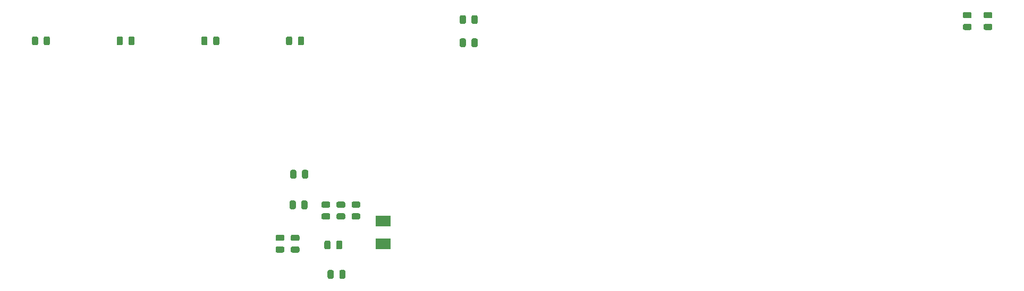
<source format=gbr>
G04 #@! TF.GenerationSoftware,KiCad,Pcbnew,(5.1.6)-1*
G04 #@! TF.CreationDate,2021-02-06T11:42:46-06:00*
G04 #@! TF.ProjectId,Dashboard,44617368-626f-4617-9264-2e6b69636164,rev?*
G04 #@! TF.SameCoordinates,Original*
G04 #@! TF.FileFunction,Paste,Bot*
G04 #@! TF.FilePolarity,Positive*
%FSLAX46Y46*%
G04 Gerber Fmt 4.6, Leading zero omitted, Abs format (unit mm)*
G04 Created by KiCad (PCBNEW (5.1.6)-1) date 2021-02-06 11:42:46*
%MOMM*%
%LPD*%
G01*
G04 APERTURE LIST*
%ADD10R,2.400000X1.700000*%
G04 APERTURE END LIST*
G36*
G01*
X114112500Y-87543750D02*
X114112500Y-88456250D01*
G75*
G02*
X113868750Y-88700000I-243750J0D01*
G01*
X113381250Y-88700000D01*
G75*
G02*
X113137500Y-88456250I0J243750D01*
G01*
X113137500Y-87543750D01*
G75*
G02*
X113381250Y-87300000I243750J0D01*
G01*
X113868750Y-87300000D01*
G75*
G02*
X114112500Y-87543750I0J-243750D01*
G01*
G37*
G36*
G01*
X115987500Y-87543750D02*
X115987500Y-88456250D01*
G75*
G02*
X115743750Y-88700000I-243750J0D01*
G01*
X115256250Y-88700000D01*
G75*
G02*
X115012500Y-88456250I0J243750D01*
G01*
X115012500Y-87543750D01*
G75*
G02*
X115256250Y-87300000I243750J0D01*
G01*
X115743750Y-87300000D01*
G75*
G02*
X115987500Y-87543750I0J-243750D01*
G01*
G37*
G36*
G01*
X114112500Y-83843750D02*
X114112500Y-84756250D01*
G75*
G02*
X113868750Y-85000000I-243750J0D01*
G01*
X113381250Y-85000000D01*
G75*
G02*
X113137500Y-84756250I0J243750D01*
G01*
X113137500Y-83843750D01*
G75*
G02*
X113381250Y-83600000I243750J0D01*
G01*
X113868750Y-83600000D01*
G75*
G02*
X114112500Y-83843750I0J-243750D01*
G01*
G37*
G36*
G01*
X115987500Y-83843750D02*
X115987500Y-84756250D01*
G75*
G02*
X115743750Y-85000000I-243750J0D01*
G01*
X115256250Y-85000000D01*
G75*
G02*
X115012500Y-84756250I0J243750D01*
G01*
X115012500Y-83843750D01*
G75*
G02*
X115256250Y-83600000I243750J0D01*
G01*
X115743750Y-83600000D01*
G75*
G02*
X115987500Y-83843750I0J-243750D01*
G01*
G37*
D10*
X100900000Y-120150000D03*
X100900000Y-116450000D03*
G36*
G01*
X92075000Y-125456250D02*
X92075000Y-124543750D01*
G75*
G02*
X92318750Y-124300000I243750J0D01*
G01*
X92806250Y-124300000D01*
G75*
G02*
X93050000Y-124543750I0J-243750D01*
G01*
X93050000Y-125456250D01*
G75*
G02*
X92806250Y-125700000I-243750J0D01*
G01*
X92318750Y-125700000D01*
G75*
G02*
X92075000Y-125456250I0J243750D01*
G01*
G37*
G36*
G01*
X93950000Y-125456250D02*
X93950000Y-124543750D01*
G75*
G02*
X94193750Y-124300000I243750J0D01*
G01*
X94681250Y-124300000D01*
G75*
G02*
X94925000Y-124543750I0J-243750D01*
G01*
X94925000Y-125456250D01*
G75*
G02*
X94681250Y-125700000I-243750J0D01*
G01*
X94193750Y-125700000D01*
G75*
G02*
X93950000Y-125456250I0J243750D01*
G01*
G37*
G36*
G01*
X193543750Y-84987500D02*
X194456250Y-84987500D01*
G75*
G02*
X194700000Y-85231250I0J-243750D01*
G01*
X194700000Y-85718750D01*
G75*
G02*
X194456250Y-85962500I-243750J0D01*
G01*
X193543750Y-85962500D01*
G75*
G02*
X193300000Y-85718750I0J243750D01*
G01*
X193300000Y-85231250D01*
G75*
G02*
X193543750Y-84987500I243750J0D01*
G01*
G37*
G36*
G01*
X193543750Y-83112500D02*
X194456250Y-83112500D01*
G75*
G02*
X194700000Y-83356250I0J-243750D01*
G01*
X194700000Y-83843750D01*
G75*
G02*
X194456250Y-84087500I-243750J0D01*
G01*
X193543750Y-84087500D01*
G75*
G02*
X193300000Y-83843750I0J243750D01*
G01*
X193300000Y-83356250D01*
G75*
G02*
X193543750Y-83112500I243750J0D01*
G01*
G37*
G36*
G01*
X196843750Y-84987500D02*
X197756250Y-84987500D01*
G75*
G02*
X198000000Y-85231250I0J-243750D01*
G01*
X198000000Y-85718750D01*
G75*
G02*
X197756250Y-85962500I-243750J0D01*
G01*
X196843750Y-85962500D01*
G75*
G02*
X196600000Y-85718750I0J243750D01*
G01*
X196600000Y-85231250D01*
G75*
G02*
X196843750Y-84987500I243750J0D01*
G01*
G37*
G36*
G01*
X196843750Y-83112500D02*
X197756250Y-83112500D01*
G75*
G02*
X198000000Y-83356250I0J-243750D01*
G01*
X198000000Y-83843750D01*
G75*
G02*
X197756250Y-84087500I-243750J0D01*
G01*
X196843750Y-84087500D01*
G75*
G02*
X196600000Y-83843750I0J243750D01*
G01*
X196600000Y-83356250D01*
G75*
G02*
X196843750Y-83112500I243750J0D01*
G01*
G37*
G36*
G01*
X91343750Y-113375000D02*
X92256250Y-113375000D01*
G75*
G02*
X92500000Y-113618750I0J-243750D01*
G01*
X92500000Y-114106250D01*
G75*
G02*
X92256250Y-114350000I-243750J0D01*
G01*
X91343750Y-114350000D01*
G75*
G02*
X91100000Y-114106250I0J243750D01*
G01*
X91100000Y-113618750D01*
G75*
G02*
X91343750Y-113375000I243750J0D01*
G01*
G37*
G36*
G01*
X91343750Y-115250000D02*
X92256250Y-115250000D01*
G75*
G02*
X92500000Y-115493750I0J-243750D01*
G01*
X92500000Y-115981250D01*
G75*
G02*
X92256250Y-116225000I-243750J0D01*
G01*
X91343750Y-116225000D01*
G75*
G02*
X91100000Y-115981250I0J243750D01*
G01*
X91100000Y-115493750D01*
G75*
G02*
X91343750Y-115250000I243750J0D01*
G01*
G37*
G36*
G01*
X86037500Y-114356250D02*
X86037500Y-113443750D01*
G75*
G02*
X86281250Y-113200000I243750J0D01*
G01*
X86768750Y-113200000D01*
G75*
G02*
X87012500Y-113443750I0J-243750D01*
G01*
X87012500Y-114356250D01*
G75*
G02*
X86768750Y-114600000I-243750J0D01*
G01*
X86281250Y-114600000D01*
G75*
G02*
X86037500Y-114356250I0J243750D01*
G01*
G37*
G36*
G01*
X87912500Y-114356250D02*
X87912500Y-113443750D01*
G75*
G02*
X88156250Y-113200000I243750J0D01*
G01*
X88643750Y-113200000D01*
G75*
G02*
X88887500Y-113443750I0J-243750D01*
G01*
X88887500Y-114356250D01*
G75*
G02*
X88643750Y-114600000I-243750J0D01*
G01*
X88156250Y-114600000D01*
G75*
G02*
X87912500Y-114356250I0J243750D01*
G01*
G37*
G36*
G01*
X84956250Y-121525000D02*
X84043750Y-121525000D01*
G75*
G02*
X83800000Y-121281250I0J243750D01*
G01*
X83800000Y-120793750D01*
G75*
G02*
X84043750Y-120550000I243750J0D01*
G01*
X84956250Y-120550000D01*
G75*
G02*
X85200000Y-120793750I0J-243750D01*
G01*
X85200000Y-121281250D01*
G75*
G02*
X84956250Y-121525000I-243750J0D01*
G01*
G37*
G36*
G01*
X84956250Y-119650000D02*
X84043750Y-119650000D01*
G75*
G02*
X83800000Y-119406250I0J243750D01*
G01*
X83800000Y-118918750D01*
G75*
G02*
X84043750Y-118675000I243750J0D01*
G01*
X84956250Y-118675000D01*
G75*
G02*
X85200000Y-118918750I0J-243750D01*
G01*
X85200000Y-119406250D01*
G75*
G02*
X84956250Y-119650000I-243750J0D01*
G01*
G37*
G36*
G01*
X87356250Y-121525000D02*
X86443750Y-121525000D01*
G75*
G02*
X86200000Y-121281250I0J243750D01*
G01*
X86200000Y-120793750D01*
G75*
G02*
X86443750Y-120550000I243750J0D01*
G01*
X87356250Y-120550000D01*
G75*
G02*
X87600000Y-120793750I0J-243750D01*
G01*
X87600000Y-121281250D01*
G75*
G02*
X87356250Y-121525000I-243750J0D01*
G01*
G37*
G36*
G01*
X87356250Y-119650000D02*
X86443750Y-119650000D01*
G75*
G02*
X86200000Y-119406250I0J243750D01*
G01*
X86200000Y-118918750D01*
G75*
G02*
X86443750Y-118675000I243750J0D01*
G01*
X87356250Y-118675000D01*
G75*
G02*
X87600000Y-118918750I0J-243750D01*
G01*
X87600000Y-119406250D01*
G75*
G02*
X87356250Y-119650000I-243750J0D01*
G01*
G37*
G36*
G01*
X93743750Y-113375000D02*
X94656250Y-113375000D01*
G75*
G02*
X94900000Y-113618750I0J-243750D01*
G01*
X94900000Y-114106250D01*
G75*
G02*
X94656250Y-114350000I-243750J0D01*
G01*
X93743750Y-114350000D01*
G75*
G02*
X93500000Y-114106250I0J243750D01*
G01*
X93500000Y-113618750D01*
G75*
G02*
X93743750Y-113375000I243750J0D01*
G01*
G37*
G36*
G01*
X93743750Y-115250000D02*
X94656250Y-115250000D01*
G75*
G02*
X94900000Y-115493750I0J-243750D01*
G01*
X94900000Y-115981250D01*
G75*
G02*
X94656250Y-116225000I-243750J0D01*
G01*
X93743750Y-116225000D01*
G75*
G02*
X93500000Y-115981250I0J243750D01*
G01*
X93500000Y-115493750D01*
G75*
G02*
X93743750Y-115250000I243750J0D01*
G01*
G37*
G36*
G01*
X86137500Y-109456250D02*
X86137500Y-108543750D01*
G75*
G02*
X86381250Y-108300000I243750J0D01*
G01*
X86868750Y-108300000D01*
G75*
G02*
X87112500Y-108543750I0J-243750D01*
G01*
X87112500Y-109456250D01*
G75*
G02*
X86868750Y-109700000I-243750J0D01*
G01*
X86381250Y-109700000D01*
G75*
G02*
X86137500Y-109456250I0J243750D01*
G01*
G37*
G36*
G01*
X88012500Y-109456250D02*
X88012500Y-108543750D01*
G75*
G02*
X88256250Y-108300000I243750J0D01*
G01*
X88743750Y-108300000D01*
G75*
G02*
X88987500Y-108543750I0J-243750D01*
G01*
X88987500Y-109456250D01*
G75*
G02*
X88743750Y-109700000I-243750J0D01*
G01*
X88256250Y-109700000D01*
G75*
G02*
X88012500Y-109456250I0J243750D01*
G01*
G37*
G36*
G01*
X94425000Y-119843750D02*
X94425000Y-120756250D01*
G75*
G02*
X94181250Y-121000000I-243750J0D01*
G01*
X93693750Y-121000000D01*
G75*
G02*
X93450000Y-120756250I0J243750D01*
G01*
X93450000Y-119843750D01*
G75*
G02*
X93693750Y-119600000I243750J0D01*
G01*
X94181250Y-119600000D01*
G75*
G02*
X94425000Y-119843750I0J-243750D01*
G01*
G37*
G36*
G01*
X92550000Y-119843750D02*
X92550000Y-120756250D01*
G75*
G02*
X92306250Y-121000000I-243750J0D01*
G01*
X91818750Y-121000000D01*
G75*
G02*
X91575000Y-120756250I0J243750D01*
G01*
X91575000Y-119843750D01*
G75*
G02*
X91818750Y-119600000I243750J0D01*
G01*
X92306250Y-119600000D01*
G75*
G02*
X92550000Y-119843750I0J-243750D01*
G01*
G37*
G36*
G01*
X96143750Y-113375000D02*
X97056250Y-113375000D01*
G75*
G02*
X97300000Y-113618750I0J-243750D01*
G01*
X97300000Y-114106250D01*
G75*
G02*
X97056250Y-114350000I-243750J0D01*
G01*
X96143750Y-114350000D01*
G75*
G02*
X95900000Y-114106250I0J243750D01*
G01*
X95900000Y-113618750D01*
G75*
G02*
X96143750Y-113375000I243750J0D01*
G01*
G37*
G36*
G01*
X96143750Y-115250000D02*
X97056250Y-115250000D01*
G75*
G02*
X97300000Y-115493750I0J-243750D01*
G01*
X97300000Y-115981250D01*
G75*
G02*
X97056250Y-116225000I-243750J0D01*
G01*
X96143750Y-116225000D01*
G75*
G02*
X95900000Y-115981250I0J243750D01*
G01*
X95900000Y-115493750D01*
G75*
G02*
X96143750Y-115250000I243750J0D01*
G01*
G37*
G36*
G01*
X86450000Y-87243750D02*
X86450000Y-88156250D01*
G75*
G02*
X86206250Y-88400000I-243750J0D01*
G01*
X85718750Y-88400000D01*
G75*
G02*
X85475000Y-88156250I0J243750D01*
G01*
X85475000Y-87243750D01*
G75*
G02*
X85718750Y-87000000I243750J0D01*
G01*
X86206250Y-87000000D01*
G75*
G02*
X86450000Y-87243750I0J-243750D01*
G01*
G37*
G36*
G01*
X88325000Y-87243750D02*
X88325000Y-88156250D01*
G75*
G02*
X88081250Y-88400000I-243750J0D01*
G01*
X87593750Y-88400000D01*
G75*
G02*
X87350000Y-88156250I0J243750D01*
G01*
X87350000Y-87243750D01*
G75*
G02*
X87593750Y-87000000I243750J0D01*
G01*
X88081250Y-87000000D01*
G75*
G02*
X88325000Y-87243750I0J-243750D01*
G01*
G37*
G36*
G01*
X72950000Y-87243750D02*
X72950000Y-88156250D01*
G75*
G02*
X72706250Y-88400000I-243750J0D01*
G01*
X72218750Y-88400000D01*
G75*
G02*
X71975000Y-88156250I0J243750D01*
G01*
X71975000Y-87243750D01*
G75*
G02*
X72218750Y-87000000I243750J0D01*
G01*
X72706250Y-87000000D01*
G75*
G02*
X72950000Y-87243750I0J-243750D01*
G01*
G37*
G36*
G01*
X74825000Y-87243750D02*
X74825000Y-88156250D01*
G75*
G02*
X74581250Y-88400000I-243750J0D01*
G01*
X74093750Y-88400000D01*
G75*
G02*
X73850000Y-88156250I0J243750D01*
G01*
X73850000Y-87243750D01*
G75*
G02*
X74093750Y-87000000I243750J0D01*
G01*
X74581250Y-87000000D01*
G75*
G02*
X74825000Y-87243750I0J-243750D01*
G01*
G37*
G36*
G01*
X59450000Y-87243750D02*
X59450000Y-88156250D01*
G75*
G02*
X59206250Y-88400000I-243750J0D01*
G01*
X58718750Y-88400000D01*
G75*
G02*
X58475000Y-88156250I0J243750D01*
G01*
X58475000Y-87243750D01*
G75*
G02*
X58718750Y-87000000I243750J0D01*
G01*
X59206250Y-87000000D01*
G75*
G02*
X59450000Y-87243750I0J-243750D01*
G01*
G37*
G36*
G01*
X61325000Y-87243750D02*
X61325000Y-88156250D01*
G75*
G02*
X61081250Y-88400000I-243750J0D01*
G01*
X60593750Y-88400000D01*
G75*
G02*
X60350000Y-88156250I0J243750D01*
G01*
X60350000Y-87243750D01*
G75*
G02*
X60593750Y-87000000I243750J0D01*
G01*
X61081250Y-87000000D01*
G75*
G02*
X61325000Y-87243750I0J-243750D01*
G01*
G37*
G36*
G01*
X45950000Y-87243750D02*
X45950000Y-88156250D01*
G75*
G02*
X45706250Y-88400000I-243750J0D01*
G01*
X45218750Y-88400000D01*
G75*
G02*
X44975000Y-88156250I0J243750D01*
G01*
X44975000Y-87243750D01*
G75*
G02*
X45218750Y-87000000I243750J0D01*
G01*
X45706250Y-87000000D01*
G75*
G02*
X45950000Y-87243750I0J-243750D01*
G01*
G37*
G36*
G01*
X47825000Y-87243750D02*
X47825000Y-88156250D01*
G75*
G02*
X47581250Y-88400000I-243750J0D01*
G01*
X47093750Y-88400000D01*
G75*
G02*
X46850000Y-88156250I0J243750D01*
G01*
X46850000Y-87243750D01*
G75*
G02*
X47093750Y-87000000I243750J0D01*
G01*
X47581250Y-87000000D01*
G75*
G02*
X47825000Y-87243750I0J-243750D01*
G01*
G37*
M02*

</source>
